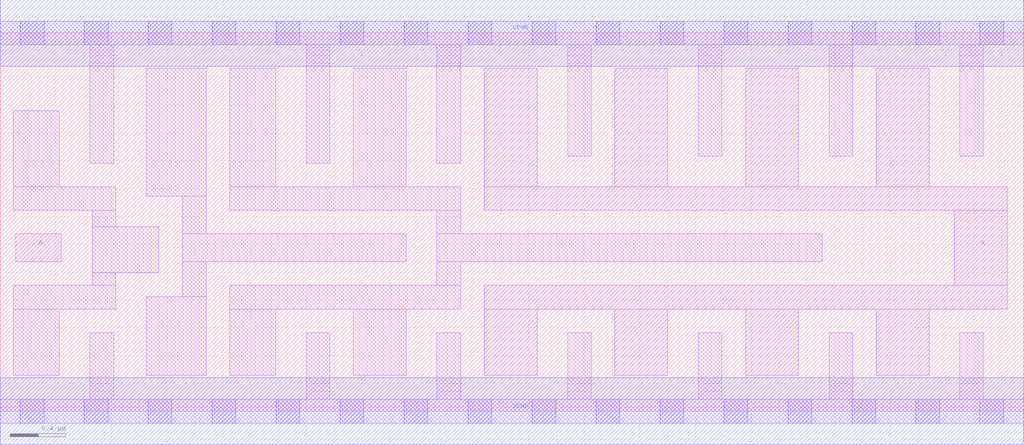
<source format=lef>
# Copyright 2020 The SkyWater PDK Authors
#
# Licensed under the Apache License, Version 2.0 (the "License");
# you may not use this file except in compliance with the License.
# You may obtain a copy of the License at
#
#     https://www.apache.org/licenses/LICENSE-2.0
#
# Unless required by applicable law or agreed to in writing, software
# distributed under the License is distributed on an "AS IS" BASIS,
# WITHOUT WARRANTIES OR CONDITIONS OF ANY KIND, either express or implied.
# See the License for the specific language governing permissions and
# limitations under the License.
#
# SPDX-License-Identifier: Apache-2.0

VERSION 5.7 ;
  NAMESCASESENSITIVE ON ;
  NOWIREEXTENSIONATPIN ON ;
  DIVIDERCHAR "/" ;
  BUSBITCHARS "[]" ;
UNITS
  DATABASE MICRONS 200 ;
END UNITS
PROPERTYDEFINITIONS
  MACRO maskLayoutSubType STRING ;
  MACRO prCellType STRING ;
  MACRO originalViewName STRING ;
END PROPERTYDEFINITIONS
MACRO sky130_fd_sc_hdll__bufbuf_8
  CLASS CORE ;
  FOREIGN sky130_fd_sc_hdll__bufbuf_8 ;
  ORIGIN  0.000000  0.000000 ;
  SIZE  7.360000 BY  2.720000 ;
  SYMMETRY X Y R90 ;
  SITE unithd ;
  PIN A
    ANTENNAGATEAREA  0.178200 ;
    DIRECTION INPUT ;
    USE SIGNAL ;
    PORT
      LAYER li1 ;
        RECT 0.110000 1.075000 0.440000 1.275000 ;
    END
  END A
  PIN VGND
    ANTENNADIFFAREA  1.409500 ;
    DIRECTION INOUT ;
    USE SIGNAL ;
    PORT
      LAYER met1 ;
        RECT 0.000000 -0.240000 7.360000 0.240000 ;
    END
  END VGND
  PIN VPWR
    ANTENNADIFFAREA  2.044400 ;
    DIRECTION INOUT ;
    USE SIGNAL ;
    PORT
      LAYER met1 ;
        RECT 0.000000 2.480000 7.360000 2.960000 ;
    END
  END VPWR
  PIN X
    ANTENNADIFFAREA  2.024500 ;
    DIRECTION OUTPUT ;
    USE SIGNAL ;
    PORT
      LAYER li1 ;
        RECT 3.480000 0.260000 3.860000 0.735000 ;
        RECT 3.480000 0.735000 7.240000 0.905000 ;
        RECT 3.480000 1.445000 7.240000 1.615000 ;
        RECT 3.480000 1.615000 3.860000 2.465000 ;
        RECT 4.420000 0.260000 4.800000 0.735000 ;
        RECT 4.420000 1.615000 4.800000 2.465000 ;
        RECT 5.360000 0.260000 5.740000 0.735000 ;
        RECT 5.360000 1.615000 5.740000 2.465000 ;
        RECT 6.300000 0.260000 6.680000 0.735000 ;
        RECT 6.300000 1.615000 6.680000 2.465000 ;
        RECT 6.860000 0.905000 7.240000 1.445000 ;
    END
  END X
  OBS
    LAYER li1 ;
      RECT 0.000000 -0.085000 7.360000 0.085000 ;
      RECT 0.000000  2.635000 7.360000 2.805000 ;
      RECT 0.095000  0.260000 0.425000 0.735000 ;
      RECT 0.095000  0.735000 0.830000 0.905000 ;
      RECT 0.095000  1.445000 0.830000 1.615000 ;
      RECT 0.095000  1.615000 0.425000 2.160000 ;
      RECT 0.645000  0.085000 0.815000 0.565000 ;
      RECT 0.645000  1.785000 0.815000 2.635000 ;
      RECT 0.660000  0.905000 0.830000 0.995000 ;
      RECT 0.660000  0.995000 1.140000 1.325000 ;
      RECT 0.660000  1.325000 0.830000 1.445000 ;
      RECT 1.050000  0.260000 1.480000 0.825000 ;
      RECT 1.050000  1.545000 1.480000 2.465000 ;
      RECT 1.310000  0.825000 1.480000 1.075000 ;
      RECT 1.310000  1.075000 2.920000 1.275000 ;
      RECT 1.310000  1.275000 1.480000 1.545000 ;
      RECT 1.650000  0.260000 1.980000 0.735000 ;
      RECT 1.650000  0.735000 3.310000 0.905000 ;
      RECT 1.650000  1.445000 3.310000 1.615000 ;
      RECT 1.650000  1.615000 1.980000 2.465000 ;
      RECT 2.200000  0.085000 2.370000 0.565000 ;
      RECT 2.200000  1.785000 2.370000 2.635000 ;
      RECT 2.540000  0.260000 2.920000 0.735000 ;
      RECT 2.540000  1.615000 2.920000 2.465000 ;
      RECT 3.140000  0.085000 3.310000 0.565000 ;
      RECT 3.140000  0.905000 3.310000 1.075000 ;
      RECT 3.140000  1.075000 5.910000 1.275000 ;
      RECT 3.140000  1.275000 3.310000 1.445000 ;
      RECT 3.140000  1.785000 3.310000 2.635000 ;
      RECT 4.080000  0.085000 4.250000 0.565000 ;
      RECT 4.080000  1.835000 4.250000 2.635000 ;
      RECT 5.020000  0.085000 5.190000 0.565000 ;
      RECT 5.020000  1.835000 5.190000 2.635000 ;
      RECT 5.960000  0.085000 6.130000 0.565000 ;
      RECT 5.960000  1.835000 6.130000 2.635000 ;
      RECT 6.900000  0.085000 7.070000 0.565000 ;
      RECT 6.900000  1.835000 7.070000 2.635000 ;
    LAYER mcon ;
      RECT 0.145000 -0.085000 0.315000 0.085000 ;
      RECT 0.145000  2.635000 0.315000 2.805000 ;
      RECT 0.605000 -0.085000 0.775000 0.085000 ;
      RECT 0.605000  2.635000 0.775000 2.805000 ;
      RECT 1.065000 -0.085000 1.235000 0.085000 ;
      RECT 1.065000  2.635000 1.235000 2.805000 ;
      RECT 1.525000 -0.085000 1.695000 0.085000 ;
      RECT 1.525000  2.635000 1.695000 2.805000 ;
      RECT 1.985000 -0.085000 2.155000 0.085000 ;
      RECT 1.985000  2.635000 2.155000 2.805000 ;
      RECT 2.445000 -0.085000 2.615000 0.085000 ;
      RECT 2.445000  2.635000 2.615000 2.805000 ;
      RECT 2.905000 -0.085000 3.075000 0.085000 ;
      RECT 2.905000  2.635000 3.075000 2.805000 ;
      RECT 3.365000 -0.085000 3.535000 0.085000 ;
      RECT 3.365000  2.635000 3.535000 2.805000 ;
      RECT 3.825000 -0.085000 3.995000 0.085000 ;
      RECT 3.825000  2.635000 3.995000 2.805000 ;
      RECT 4.285000 -0.085000 4.455000 0.085000 ;
      RECT 4.285000  2.635000 4.455000 2.805000 ;
      RECT 4.745000 -0.085000 4.915000 0.085000 ;
      RECT 4.745000  2.635000 4.915000 2.805000 ;
      RECT 5.205000 -0.085000 5.375000 0.085000 ;
      RECT 5.205000  2.635000 5.375000 2.805000 ;
      RECT 5.665000 -0.085000 5.835000 0.085000 ;
      RECT 5.665000  2.635000 5.835000 2.805000 ;
      RECT 6.125000 -0.085000 6.295000 0.085000 ;
      RECT 6.125000  2.635000 6.295000 2.805000 ;
      RECT 6.585000 -0.085000 6.755000 0.085000 ;
      RECT 6.585000  2.635000 6.755000 2.805000 ;
      RECT 7.045000 -0.085000 7.215000 0.085000 ;
      RECT 7.045000  2.635000 7.215000 2.805000 ;
  END
  PROPERTY maskLayoutSubType "abstract" ;
  PROPERTY prCellType "standard" ;
  PROPERTY originalViewName "layout" ;
END sky130_fd_sc_hdll__bufbuf_8

</source>
